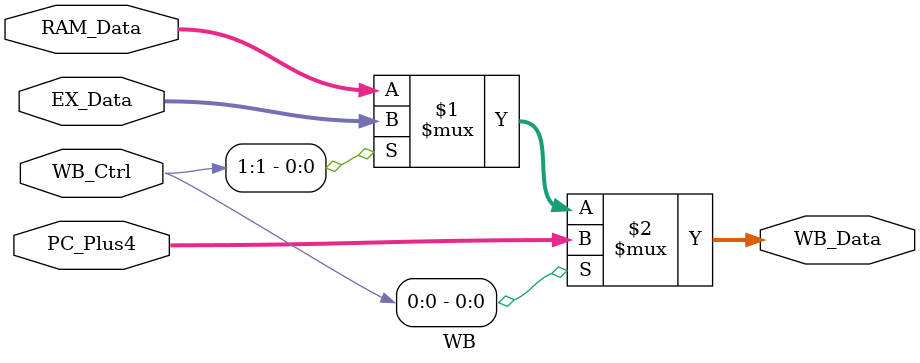
<source format=v>
module WB(
    input   [31:0]  RAM_Data,
    input   [31:0]  PC_Plus4,
    input   [31:0]  EX_Data,
    input   [ 1:0]  WB_Ctrl,
    
    output  [31:0]  WB_Data
);

assign WB_Data = WB_Ctrl[0] ? PC_Plus4 : (WB_Ctrl[1] ? EX_Data : RAM_Data);

endmodule

</source>
